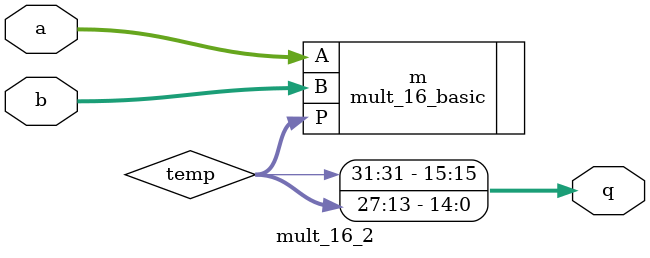
<source format=v>
`timescale 1ns / 1ps


module mult_16_2(
          input signed[15:0] a,
          input signed[15:0] b,
          output reg signed[15:0] q
    );
      wire signed[31:0] temp;
      mult_16_basic m(.A(a),.B(b),.P(temp));
      always@(temp)
       begin
         // temp=a*b;
         q={temp[31],temp[27:13]};
       end
endmodule

</source>
